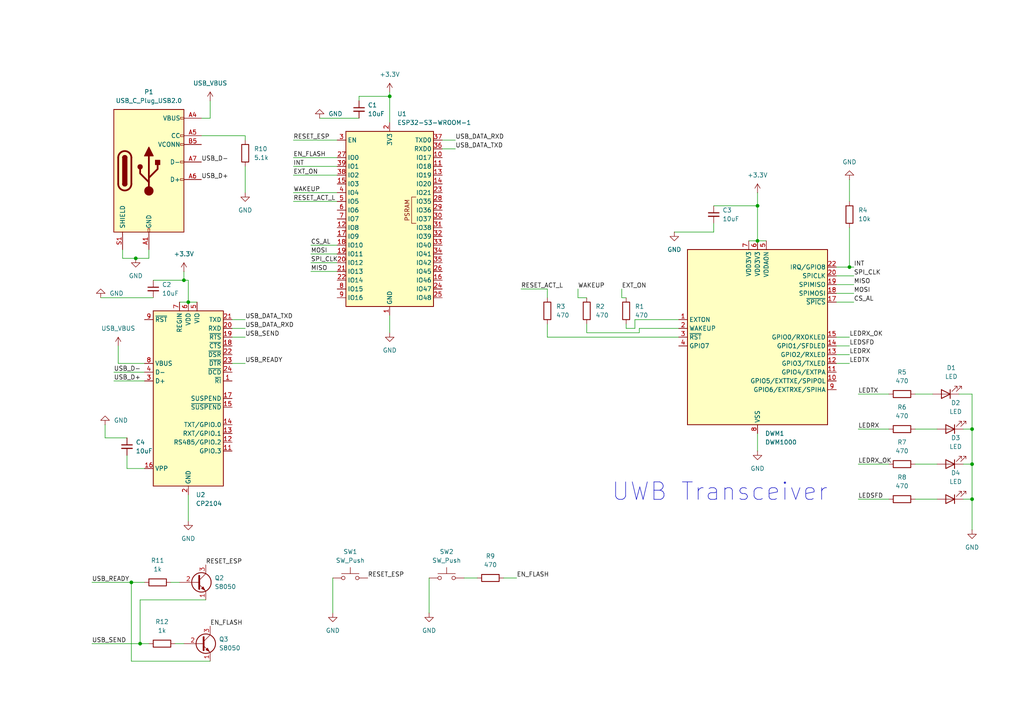
<source format=kicad_sch>
(kicad_sch (version 20231120) (generator "eeschema") (generator_version "8.0")
  (paper "A4")
  (lib_symbols
    (symbol "Connector:USB_C_Plug_USB2.0" (pin_names (offset 1.016))
      (property "Reference" "P" (at -10.16 19.05 0))
      (property "Value" "USB_C_Plug_USB2.0" (at 12.7 19.05 0))
      (symbol "USB_C_Plug_USB2.0_0_0"
        (rectangle (start -0.254 -17.78) (end 0.254 -16.764))
        (rectangle (start 10.16 -2.286) (end 9.144 -2.794))
        (rectangle (start 10.16 2.794) (end 9.144 2.286))
        (rectangle (start 10.16 7.874) (end 9.144 7.366))
        (rectangle (start 10.16 10.414) (end 9.144 9.906))
        (rectangle (start 10.16 15.494) (end 9.144 14.986))
      )
      (symbol "USB_C_Plug_USB2.0_0_1"
        (rectangle (start -10.16 17.78) (end 10.16 -17.78) (stroke (width 0.254)) (fill (type background)))
        (arc (start -8.89 -3.81) (mid -6.985 -5.7067) (end -5.08 -3.81) (stroke (width 0.508)))
        (arc (start -7.62 -3.81) (mid -6.985 -4.4423) (end -6.35 -3.81) (stroke (width 0.254)))
        (arc (start -7.62 -3.81) (mid -6.985 -4.4423) (end -6.35 -3.81) (stroke (width 0.254)) (fill (type outline)))
        (rectangle (start -7.62 -3.81) (end -6.35 3.81) (stroke (width 0.254)) (fill (type outline)))
        (arc (start -6.35 3.81) (mid -6.985 4.4423) (end -7.62 3.81) (stroke (width 0.254)))
        (arc (start -6.35 3.81) (mid -6.985 4.4423) (end -7.62 3.81) (stroke (width 0.254)) (fill (type outline)))
        (arc (start -5.08 3.81) (mid -6.985 5.7067) (end -8.89 3.81) (stroke (width 0.508)))
        (circle (center -2.54 1.143) (radius 0.635) (stroke (width 0.254)) (fill (type outline)))
        (circle (center 0 -5.842) (radius 1.27) (fill (type outline)))
        (polyline (pts (xy -8.89 -3.81) (xy -8.89 3.81)) (stroke (width 0.508)))
        (polyline (pts (xy -5.08 3.81) (xy -5.08 -3.81)) (stroke (width 0.508)))
        (polyline (pts (xy 0 -5.842) (xy 0 4.318)) (stroke (width 0.508)))
        (polyline (pts (xy 0 -3.302) (xy -2.54 -0.762) (xy -2.54 0.508)) (stroke (width 0.508)))
        (polyline (pts (xy 0 -2.032) (xy 2.54 0.508) (xy 2.54 1.778)) (stroke (width 0.508)))
        (polyline (pts (xy -1.27 4.318) (xy 0 6.858) (xy 1.27 4.318) (xy -1.27 4.318)) (stroke (width 0.254)) (fill (type outline)))
        (rectangle (start 1.905 1.778) (end 3.175 3.048) (stroke (width 0.254)) (fill (type outline)))
      )
      (symbol "USB_C_Plug_USB2.0_1_1"
        (pin passive line (at 0 -22.86 90) (length 5.08) (name "GND") (number "A1"))
        (pin passive line (at 0 -22.86 90) (length 5.08) hide (name "GND") (number "A12"))
        (pin passive line (at 15.24 15.24 180) (length 5.08) (name "VBUS") (number "A4"))
        (pin bidirectional line (at 15.24 10.16 180) (length 5.08) (name "CC") (number "A5"))
        (pin bidirectional line (at 15.24 -2.54 180) (length 5.08) (name "D+") (number "A6"))
        (pin bidirectional line (at 15.24 2.54 180) (length 5.08) (name "D-") (number "A7"))
        (pin passive line (at 15.24 15.24 180) (length 5.08) hide (name "VBUS") (number "A9"))
        (pin passive line (at 0 -22.86 90) (length 5.08) hide (name "GND") (number "B1"))
        (pin passive line (at 0 -22.86 90) (length 5.08) hide (name "GND") (number "B12"))
        (pin passive line (at 15.24 15.24 180) (length 5.08) hide (name "VBUS") (number "B4"))
        (pin bidirectional line (at 15.24 7.62 180) (length 5.08) (name "VCONN") (number "B5"))
        (pin passive line (at 15.24 15.24 180) (length 5.08) hide (name "VBUS") (number "B9"))
        (pin passive line (at -7.62 -22.86 90) (length 5.08) (name "SHIELD") (number "S1"))
      )
    )
    (symbol "Device:C_Small" (pin_numbers hide) (pin_names (offset 0.254) hide)
      (property "Reference" "C" (at 0.254 1.778 0))
      (property "Value" "C_Small" (at 0.254 -2.032 0))
      (symbol "C_Small_0_1"
        (polyline (pts (xy -1.524 -0.508) (xy 1.524 -0.508)) (stroke (width 0.3302)))
        (polyline (pts (xy -1.524 0.508) (xy 1.524 0.508)) (stroke (width 0.3048)))
      )
      (symbol "C_Small_1_1"
        (pin passive line (at 0 2.54 270) (length 2.032) (name "~") (number "1"))
        (pin passive line (at 0 -2.54 90) (length 2.032) (name "~") (number "2"))
      )
    )
    (symbol "Device:LED" (pin_numbers hide) (pin_names (offset 1.016) hide)
      (property "Reference" "D" (at 0 2.54 0))
      (property "Value" "LED" (at 0 -2.54 0))
      (symbol "LED_0_1"
        (polyline (pts (xy -1.27 -1.27) (xy -1.27 1.27)) (stroke (width 0.254)))
        (polyline (pts (xy -1.27 0) (xy 1.27 0)))
        (polyline (pts (xy 1.27 -1.27) (xy 1.27 1.27) (xy -1.27 0) (xy 1.27 -1.27)) (stroke (width 0.254)))
        (polyline (pts (xy -3.048 -0.762) (xy -4.572 -2.286) (xy -3.81 -2.286) (xy -4.572 -2.286) (xy -4.572 -1.524)))
        (polyline (pts (xy -1.778 -0.762) (xy -3.302 -2.286) (xy -2.54 -2.286) (xy -3.302 -2.286) (xy -3.302 -1.524)))
      )
      (symbol "LED_1_1"
        (pin passive line (at -3.81 0 0) (length 2.54) (name "K") (number "1"))
        (pin passive line (at 3.81 0 180) (length 2.54) (name "A") (number "2"))
      )
    )
    (symbol "Device:R" (pin_numbers hide) (pin_names (offset 0))
      (property "Reference" "R" (at 2.032 0 90))
      (property "Value" "R" (at 0 0 90))
      (symbol "R_0_1"
        (rectangle (start -1.016 -2.54) (end 1.016 2.54) (stroke (width 0.254)))
      )
      (symbol "R_1_1"
        (pin passive line (at 0 3.81 270) (length 1.27) (name "~") (number "1"))
        (pin passive line (at 0 -3.81 90) (length 1.27) (name "~") (number "2"))
      )
    )
    (symbol "Interface_USB:CP2104"
      (property "Reference" "U" (at -5.08 28.575 0))
      (property "Value" "CP2104" (at -5.08 26.67 0))
      (symbol "CP2104_1_1"
        (rectangle (start -10.16 25.4) (end 10.16 -25.4) (stroke (width 0.254)) (fill (type background)))
        (pin input line (at 12.7 5.08 180) (length 2.54) (name "~{RI}") (number "1"))
        (pin no_connect line (at 10.16 -20.32 180) (length 2.54) hide (name "NC") (number "10"))
        (pin bidirectional line (at 12.7 -15.24 180) (length 2.54) (name "GPIO.3") (number "11"))
        (pin bidirectional line (at 12.7 -12.7 180) (length 2.54) (name "RS485/GPIO.2") (number "12"))
        (pin bidirectional line (at 12.7 -10.16 180) (length 2.54) (name "RXT/GPIO.1") (number "13"))
        (pin bidirectional line (at 12.7 -7.62 180) (length 2.54) (name "TXT/GPIO.0") (number "14"))
        (pin output line (at 12.7 -2.54 180) (length 2.54) (name "~{SUSPEND}") (number "15"))
        (pin passive line (at -12.7 -20.32 0) (length 2.54) (name "VPP") (number "16"))
        (pin output line (at 12.7 0 180) (length 2.54) (name "SUSPEND") (number "17"))
        (pin input line (at 12.7 15.24 180) (length 2.54) (name "~{CTS}") (number "18"))
        (pin output line (at 12.7 17.78 180) (length 2.54) (name "~{RTS}") (number "19"))
        (pin power_in line (at 0 -27.94 90) (length 2.54) (name "GND") (number "2"))
        (pin input line (at 12.7 20.32 180) (length 2.54) (name "RXD") (number "20"))
        (pin output line (at 12.7 22.86 180) (length 2.54) (name "TXD") (number "21"))
        (pin input line (at 12.7 12.7 180) (length 2.54) (name "~{DSR}") (number "22"))
        (pin output line (at 12.7 10.16 180) (length 2.54) (name "~{DTR}") (number "23"))
        (pin input line (at 12.7 7.62 180) (length 2.54) (name "~{DCD}") (number "24"))
        (pin passive line (at 0 -27.94 90) (length 2.54) hide (name "GND") (number "25"))
        (pin bidirectional line (at -12.7 5.08 0) (length 2.54) (name "D+") (number "3"))
        (pin bidirectional line (at -12.7 7.62 0) (length 2.54) (name "D-") (number "4"))
        (pin power_in line (at 2.54 27.94 270) (length 2.54) (name "VIO") (number "5"))
        (pin power_in line (at 0 27.94 270) (length 2.54) (name "VDD") (number "6"))
        (pin power_in line (at -2.54 27.94 270) (length 2.54) (name "REGIN") (number "7"))
        (pin input line (at -12.7 10.16 0) (length 2.54) (name "VBUS") (number "8"))
        (pin bidirectional line (at -12.7 22.86 0) (length 2.54) (name "~{RST}") (number "9"))
      )
    )
    (symbol "RF_Module:DWM1000"
      (property "Reference" "DWM" (at -17.78 26.67 0))
      (property "Value" "DWM1000" (at 15.875 26.67 0))
      (symbol "DWM1000_0_1"
        (rectangle (start -20.32 25.4) (end 20.32 -25.4) (stroke (width 0.254)) (fill (type background)))
      )
      (symbol "DWM1000_1_1"
        (pin output line (at -22.86 5.08 0) (length 2.54) (name "EXTON") (number "1"))
        (pin bidirectional line (at 22.86 -12.7 180) (length 2.54) (name "GPIO5/EXTTXE/SPIPOL") (number "10"))
        (pin bidirectional line (at 22.86 -10.16 180) (length 2.54) (name "GPIO4/EXTPA") (number "11"))
        (pin bidirectional line (at 22.86 -7.62 180) (length 2.54) (name "GPIO3/TXLED") (number "12"))
        (pin bidirectional line (at 22.86 -5.08 180) (length 2.54) (name "GPIO2/RXLED") (number "13"))
        (pin bidirectional line (at 22.86 -2.54 180) (length 2.54) (name "GPIO1/SFDLED") (number "14"))
        (pin bidirectional line (at 22.86 0 180) (length 2.54) (name "GPIO0/RXOKLED") (number "15"))
        (pin passive line (at 0 -27.94 90) (length 2.54) hide (name "VSS") (number "16"))
        (pin input line (at 22.86 10.16 180) (length 2.54) (name "~{SPICS}") (number "17"))
        (pin input line (at 22.86 12.7 180) (length 2.54) (name "SPIMOSI") (number "18"))
        (pin output line (at 22.86 15.24 180) (length 2.54) (name "SPIMISO") (number "19"))
        (pin bidirectional line (at -22.86 2.54 0) (length 2.54) (name "WAKEUP") (number "2"))
        (pin input line (at 22.86 17.78 180) (length 2.54) (name "SPICLK") (number "20"))
        (pin passive line (at 0 -27.94 90) (length 2.54) hide (name "VSS") (number "21"))
        (pin bidirectional line (at 22.86 20.32 180) (length 2.54) (name "IRQ/GPIO8") (number "22"))
        (pin passive line (at 0 -27.94 90) (length 2.54) hide (name "VSS") (number "23"))
        (pin passive line (at 0 -27.94 90) (length 2.54) hide (name "VSS") (number "24"))
        (pin bidirectional line (at -22.86 0 0) (length 2.54) (name "~{RST}") (number "3"))
        (pin bidirectional line (at -22.86 -2.54 0) (length 2.54) (name "GPIO7") (number "4"))
        (pin power_in line (at 2.54 27.94 270) (length 2.54) (name "VDDAON") (number "5"))
        (pin power_in line (at 0 27.94 270) (length 2.54) (name "VDD3V3") (number "6"))
        (pin power_in line (at -2.54 27.94 270) (length 2.54) (name "VDD3V3") (number "7"))
        (pin power_in line (at 0 -27.94 90) (length 2.54) (name "VSS") (number "8"))
        (pin bidirectional line (at 22.86 -15.24 180) (length 2.54) (name "GPIO6/EXTRXE/SPIHA") (number "9"))
      )
    )
    (symbol "RF_Module:ESP32-S3-WROOM-1"
      (property "Reference" "U" (at -12.7 26.67 0))
      (property "Value" "ESP32-S3-WROOM-1" (at 12.7 26.67 0))
      (symbol "ESP32-S3-WROOM-1_0_0"
        (rectangle (start -12.7 25.4) (end 12.7 -25.4) (stroke (width 0.254)) (fill (type background)))
        (text "PSRAM" (at 5.08 2.54 900) (effects (font (size 1.27 1.27))))
      )
      (symbol "ESP32-S3-WROOM-1_0_1"
        (polyline (pts (xy 7.62 -1.27) (xy 6.35 -1.27) (xy 6.35 6.35) (xy 7.62 6.35)))
      )
      (symbol "ESP32-S3-WROOM-1_1_1"
        (pin power_in line (at 0 -27.94 90) (length 2.54) (name "GND") (number "1"))
        (pin bidirectional line (at 15.24 17.78 180) (length 2.54) (name "IO17") (number "10"))
        (pin bidirectional line (at 15.24 15.24 180) (length 2.54) (name "IO18") (number "11"))
        (pin bidirectional line (at -15.24 -2.54 0) (length 2.54) (name "IO8") (number "12"))
        (pin bidirectional line (at 15.24 12.7 180) (length 2.54) (name "IO19") (number "13"))
        (pin bidirectional line (at 15.24 10.16 180) (length 2.54) (name "IO20") (number "14"))
        (pin bidirectional line (at -15.24 10.16 0) (length 2.54) (name "IO3") (number "15"))
        (pin bidirectional line (at 15.24 -17.78 180) (length 2.54) (name "IO46") (number "16"))
        (pin bidirectional line (at -15.24 -5.08 0) (length 2.54) (name "IO9") (number "17"))
        (pin bidirectional line (at -15.24 -7.62 0) (length 2.54) (name "IO10") (number "18"))
        (pin bidirectional line (at -15.24 -10.16 0) (length 2.54) (name "IO11") (number "19"))
        (pin power_in line (at 0 27.94 270) (length 2.54) (name "3V3") (number "2"))
        (pin bidirectional line (at -15.24 -12.7 0) (length 2.54) (name "IO12") (number "20"))
        (pin bidirectional line (at -15.24 -15.24 0) (length 2.54) (name "IO13") (number "21"))
        (pin bidirectional line (at -15.24 -17.78 0) (length 2.54) (name "IO14") (number "22"))
        (pin bidirectional line (at 15.24 7.62 180) (length 2.54) (name "IO21") (number "23"))
        (pin bidirectional line (at 15.24 -20.32 180) (length 2.54) (name "IO47") (number "24"))
        (pin bidirectional line (at 15.24 -22.86 180) (length 2.54) (name "IO48") (number "25"))
        (pin bidirectional line (at 15.24 -15.24 180) (length 2.54) (name "IO45") (number "26"))
        (pin bidirectional line (at -15.24 17.78 0) (length 2.54) (name "IO0") (number "27"))
        (pin bidirectional line (at 15.24 5.08 180) (length 2.54) (name "IO35") (number "28"))
        (pin bidirectional line (at 15.24 2.54 180) (length 2.54) (name "IO36") (number "29"))
        (pin input line (at -15.24 22.86 0) (length 2.54) (name "EN") (number "3"))
        (pin bidirectional line (at 15.24 0 180) (length 2.54) (name "IO37") (number "30"))
        (pin bidirectional line (at 15.24 -2.54 180) (length 2.54) (name "IO38") (number "31"))
        (pin bidirectional line (at 15.24 -5.08 180) (length 2.54) (name "IO39") (number "32"))
        (pin bidirectional line (at 15.24 -7.62 180) (length 2.54) (name "IO40") (number "33"))
        (pin bidirectional line (at 15.24 -10.16 180) (length 2.54) (name "IO41") (number "34"))
        (pin bidirectional line (at 15.24 -12.7 180) (length 2.54) (name "IO42") (number "35"))
        (pin bidirectional line (at 15.24 20.32 180) (length 2.54) (name "RXD0") (number "36"))
        (pin bidirectional line (at 15.24 22.86 180) (length 2.54) (name "TXD0") (number "37"))
        (pin bidirectional line (at -15.24 12.7 0) (length 2.54) (name "IO2") (number "38"))
        (pin bidirectional line (at -15.24 15.24 0) (length 2.54) (name "IO1") (number "39"))
        (pin bidirectional line (at -15.24 7.62 0) (length 2.54) (name "IO4") (number "4"))
        (pin passive line (at 0 -27.94 90) (length 2.54) hide (name "GND") (number "40"))
        (pin passive line (at 0 -27.94 90) (length 2.54) hide (name "GND") (number "41"))
        (pin bidirectional line (at -15.24 5.08 0) (length 2.54) (name "IO5") (number "5"))
        (pin bidirectional line (at -15.24 2.54 0) (length 2.54) (name "IO6") (number "6"))
        (pin bidirectional line (at -15.24 0 0) (length 2.54) (name "IO7") (number "7"))
        (pin bidirectional line (at -15.24 -20.32 0) (length 2.54) (name "IO15") (number "8"))
        (pin bidirectional line (at -15.24 -22.86 0) (length 2.54) (name "IO16") (number "9"))
      )
    )
    (symbol "Switch:SW_Push" (pin_numbers hide) (pin_names (offset 1.016) hide)
      (property "Reference" "SW" (at 1.27 2.54 0))
      (property "Value" "SW_Push" (at 0 -1.524 0))
      (symbol "SW_Push_0_1"
        (circle (center -2.032 0) (radius 0.508))
        (polyline (pts (xy 0 1.27) (xy 0 3.048)))
        (polyline (pts (xy 2.54 1.27) (xy -2.54 1.27)))
        (circle (center 2.032 0) (radius 0.508))
        (pin passive line (at -5.08 0 0) (length 2.54) (name "1") (number "1"))
        (pin passive line (at 5.08 0 180) (length 2.54) (name "2") (number "2"))
      )
    )
    (symbol "Transistor_BJT:S8050" (pin_names (offset 0) hide)
      (property "Reference" "Q" (at 5.08 1.905 0))
      (property "Value" "S8050" (at 5.08 0 0))
      (symbol "S8050_0_1"
        (polyline (pts (xy 0 0) (xy 0.635 0)))
        (polyline (pts (xy 0.635 0.635) (xy 2.54 2.54)))
        (polyline (pts (xy 0.635 -0.635) (xy 2.54 -2.54) (xy 2.54 -2.54)))
        (polyline (pts (xy 0.635 1.905) (xy 0.635 -1.905) (xy 0.635 -1.905)) (stroke (width 0.508)))
        (polyline (pts (xy 1.27 -1.778) (xy 1.778 -1.27) (xy 2.286 -2.286) (xy 1.27 -1.778) (xy 1.27 -1.778)) (fill (type outline)))
        (circle (center 1.27 0) (radius 2.8194) (stroke (width 0.254)))
      )
      (symbol "S8050_1_1"
        (pin passive line (at 2.54 -5.08 90) (length 2.54) (name "E") (number "1"))
        (pin input line (at -5.08 0 0) (length 5.08) (name "B") (number "2"))
        (pin passive line (at 2.54 5.08 270) (length 2.54) (name "C") (number "3"))
      )
    )
    (symbol "power:+3.3V" (power) (pin_numbers hide) (pin_names (offset 0) hide)
      (property "Value" "+3.3V" (at 0 3.556 0))
      (symbol "+3.3V_0_1"
        (polyline (pts (xy -0.762 1.27) (xy 0 2.54)))
        (polyline (pts (xy 0 0) (xy 0 2.54)))
        (polyline (pts (xy 0 2.54) (xy 0.762 1.27)))
      )
      (symbol "+3.3V_1_1"
        (pin power_in line (at 0 0 90) (length 0) (name "~") (number "1"))
      )
    )
    (symbol "power:GND" (power) (pin_numbers hide) (pin_names (offset 0) hide)
      (property "Value" "GND" (at 0 -3.81 0))
      (symbol "GND_0_1"
        (polyline (pts (xy 0 0) (xy 0 -1.27) (xy 1.27 -1.27) (xy 0 -2.54) (xy -1.27 -1.27) (xy 0 -1.27)))
      )
      (symbol "GND_1_1"
        (pin power_in line (at 0 0 270) (length 0) (name "~") (number "1"))
      )
    )
  )
  (junction (at 54.61 87.63))
  (junction (at 38.1 168.91))
  (junction (at 53.34 81.28))
  (junction (at 39.37 74.93))
  (junction (at 281.94 124.46))
  (junction (at 219.71 69.85))
  (junction (at 281.94 134.62))
  (junction (at 113.03 27.94))
  (junction (at 246.38 77.47))
  (junction (at 219.71 59.69))
  (junction (at 40.64 186.69))
  (junction (at 281.94 144.78))
  (wire (pts (xy 246.38 52.07) (xy 246.38 58.42)))
  (wire (pts (xy 54.61 143.51) (xy 54.61 151.13)))
  (wire (pts (xy 113.03 91.44) (xy 113.03 96.52)))
  (wire (pts (xy 71.12 105.41) (xy 67.31 105.41)))
  (wire (pts (xy 158.75 97.79) (xy 158.75 93.98)))
  (wire (pts (xy 43.18 74.93) (xy 39.37 74.93)))
  (wire (pts (xy 185.42 95.25) (xy 185.42 96.52)))
  (wire (pts (xy 196.85 97.79) (xy 158.75 97.79)))
  (wire (pts (xy 217.17 69.85) (xy 219.71 69.85)))
  (wire (pts (xy 29.21 86.36) (xy 44.45 86.36)))
  (wire (pts (xy 247.65 80.01) (xy 242.57 80.01)))
  (wire (pts (xy 185.42 96.52) (xy 170.18 96.52)))
  (wire (pts (xy 49.53 168.91) (xy 52.07 168.91)))
  (wire (pts (xy 196.85 92.71) (xy 184.15 92.71)))
  (wire (pts (xy 41.91 168.91) (xy 38.1 168.91)))
  (wire (pts (xy 246.38 105.41) (xy 242.57 105.41)))
  (wire (pts (xy 248.92 144.78) (xy 257.81 144.78)))
  (wire (pts (xy 149.86 167.64) (xy 146.05 167.64)))
  (wire (pts (xy 30.48 127) (xy 30.48 123.19)))
  (wire (pts (xy 248.92 114.3) (xy 257.81 114.3)))
  (wire (pts (xy 184.15 92.71) (xy 184.15 95.25)))
  (wire (pts (xy 151.13 83.82) (xy 158.75 83.82)))
  (wire (pts (xy 247.65 77.47) (xy 246.38 77.47)))
  (wire (pts (xy 170.18 96.52) (xy 170.18 93.98)))
  (wire (pts (xy 41.91 105.41) (xy 34.29 105.41)))
  (wire (pts (xy 167.64 86.36) (xy 170.18 86.36)))
  (wire (pts (xy 85.09 50.8) (xy 97.79 50.8)))
  (wire (pts (xy 124.46 167.64) (xy 124.46 177.8)))
  (wire (pts (xy 265.43 134.62) (xy 271.78 134.62)))
  (wire (pts (xy 50.8 186.69) (xy 53.34 186.69)))
  (wire (pts (xy 113.03 27.94) (xy 113.03 35.56)))
  (wire (pts (xy 97.79 71.12) (xy 90.17 71.12)))
  (wire (pts (xy 38.1 191.77) (xy 38.1 168.91)))
  (wire (pts (xy 85.09 48.26) (xy 97.79 48.26)))
  (wire (pts (xy 278.13 114.3) (xy 281.94 114.3)))
  (wire (pts (xy 71.12 92.71) (xy 67.31 92.71)))
  (wire (pts (xy 43.18 186.69) (xy 40.64 186.69)))
  (wire (pts (xy 184.15 95.25) (xy 181.61 95.25)))
  (wire (pts (xy 246.38 97.79) (xy 242.57 97.79)))
  (wire (pts (xy 281.94 144.78) (xy 281.94 134.62)))
  (wire (pts (xy 181.61 95.25) (xy 181.61 93.98)))
  (wire (pts (xy 132.08 43.18) (xy 128.27 43.18)))
  (wire (pts (xy 52.07 87.63) (xy 54.61 87.63)))
  (wire (pts (xy 265.43 124.46) (xy 271.78 124.46)))
  (wire (pts (xy 54.61 87.63) (xy 54.61 81.28)))
  (wire (pts (xy 247.65 87.63) (xy 242.57 87.63)))
  (wire (pts (xy 35.56 72.39) (xy 35.56 74.93)))
  (wire (pts (xy 104.14 27.94) (xy 104.14 29.21)))
  (wire (pts (xy 281.94 134.62) (xy 281.94 124.46)))
  (wire (pts (xy 219.71 125.73) (xy 219.71 130.81)))
  (wire (pts (xy 60.96 191.77) (xy 38.1 191.77)))
  (wire (pts (xy 44.45 81.28) (xy 53.34 81.28)))
  (wire (pts (xy 35.56 74.93) (xy 39.37 74.93)))
  (wire (pts (xy 180.34 83.82) (xy 180.34 86.36)))
  (wire (pts (xy 71.12 97.79) (xy 67.31 97.79)))
  (wire (pts (xy 41.91 135.89) (xy 36.83 135.89)))
  (wire (pts (xy 90.17 76.2) (xy 97.79 76.2)))
  (wire (pts (xy 43.18 72.39) (xy 43.18 74.93)))
  (wire (pts (xy 96.52 167.64) (xy 96.52 177.8)))
  (wire (pts (xy 248.92 134.62) (xy 257.81 134.62)))
  (wire (pts (xy 167.64 83.82) (xy 167.64 86.36)))
  (wire (pts (xy 279.4 134.62) (xy 281.94 134.62)))
  (wire (pts (xy 207.01 67.31) (xy 207.01 64.77)))
  (wire (pts (xy 113.03 26.67) (xy 113.03 27.94)))
  (wire (pts (xy 180.34 86.36) (xy 181.61 86.36)))
  (wire (pts (xy 207.01 59.69) (xy 219.71 59.69)))
  (wire (pts (xy 196.85 95.25) (xy 185.42 95.25)))
  (wire (pts (xy 85.09 55.88) (xy 97.79 55.88)))
  (wire (pts (xy 281.94 124.46) (xy 281.94 114.3)))
  (wire (pts (xy 54.61 81.28) (xy 53.34 81.28)))
  (wire (pts (xy 246.38 102.87) (xy 242.57 102.87)))
  (wire (pts (xy 38.1 168.91) (xy 26.67 168.91)))
  (wire (pts (xy 40.64 173.99) (xy 40.64 186.69)))
  (wire (pts (xy 71.12 39.37) (xy 71.12 40.64)))
  (wire (pts (xy 58.42 39.37) (xy 71.12 39.37)))
  (wire (pts (xy 279.4 124.46) (xy 281.94 124.46)))
  (wire (pts (xy 265.43 144.78) (xy 271.78 144.78)))
  (wire (pts (xy 265.43 114.3) (xy 270.51 114.3)))
  (wire (pts (xy 132.08 40.64) (xy 128.27 40.64)))
  (wire (pts (xy 247.65 82.55) (xy 242.57 82.55)))
  (wire (pts (xy 36.83 135.89) (xy 36.83 132.08)))
  (wire (pts (xy 40.64 186.69) (xy 26.67 186.69)))
  (wire (pts (xy 85.09 58.42) (xy 97.79 58.42)))
  (wire (pts (xy 138.43 167.64) (xy 134.62 167.64)))
  (wire (pts (xy 34.29 105.41) (xy 34.29 100.33)))
  (wire (pts (xy 33.02 110.49) (xy 41.91 110.49)))
  (wire (pts (xy 104.14 27.94) (xy 113.03 27.94)))
  (wire (pts (xy 247.65 85.09) (xy 242.57 85.09)))
  (wire (pts (xy 219.71 69.85) (xy 222.25 69.85)))
  (wire (pts (xy 219.71 59.69) (xy 219.71 69.85)))
  (wire (pts (xy 90.17 78.74) (xy 97.79 78.74)))
  (wire (pts (xy 71.12 95.25) (xy 67.31 95.25)))
  (wire (pts (xy 53.34 81.28) (xy 53.34 78.74)))
  (wire (pts (xy 59.69 173.99) (xy 40.64 173.99)))
  (wire (pts (xy 246.38 100.33) (xy 242.57 100.33)))
  (wire (pts (xy 33.02 107.95) (xy 41.91 107.95)))
  (wire (pts (xy 246.38 77.47) (xy 246.38 66.04)))
  (wire (pts (xy 246.38 77.47) (xy 242.57 77.47)))
  (wire (pts (xy 195.58 67.31) (xy 207.01 67.31)))
  (wire (pts (xy 90.17 73.66) (xy 97.79 73.66)))
  (wire (pts (xy 279.4 144.78) (xy 281.94 144.78)))
  (wire (pts (xy 58.42 34.29) (xy 60.96 34.29)))
  (wire (pts (xy 85.09 45.72) (xy 97.79 45.72)))
  (wire (pts (xy 71.12 48.26) (xy 71.12 55.88)))
  (wire (pts (xy 60.96 34.29) (xy 60.96 29.21)))
  (wire (pts (xy 248.92 124.46) (xy 257.81 124.46)))
  (wire (pts (xy 85.09 40.64) (xy 97.79 40.64)))
  (wire (pts (xy 36.83 127) (xy 30.48 127)))
  (wire (pts (xy 281.94 153.67) (xy 281.94 144.78)))
  (wire (pts (xy 92.71 34.29) (xy 104.14 34.29)))
  (wire (pts (xy 158.75 83.82) (xy 158.75 86.36)))
  (wire (pts (xy 219.71 59.69) (xy 219.71 55.88)))
  (wire (pts (xy 54.61 87.63) (xy 57.15 87.63)))
  (text "UWB Transceiver\n" (at 208.788 142.748 0) (effects (font (size 5.08 5.08))))
  (label "RESET_ESP" (at 106.68 167.64 0))
  (label "LEDRX_OK" (at 246.38 97.79 0))
  (label "USB_DATA_RXD" (at 132.08 40.64 0))
  (label "USB_READY" (at 26.67 168.91 0))
  (label "USB_D+" (at 58.42 52.07 0))
  (label "LEDRX_OK" (at 248.92 134.62 0))
  (label "WAKEUP" (at 85.09 55.88 0))
  (label "USB_DATA_TXD" (at 132.08 43.18 0))
  (label "EN_FLASH" (at 85.09 45.72 0))
  (label "MISO" (at 247.65 82.55 0))
  (label "SPI_CLK" (at 247.65 80.01 0))
  (label "USB_READY" (at 71.12 105.41 0))
  (label "LEDRX" (at 248.92 124.46 0))
  (label "INT" (at 85.09 48.26 0))
  (label "LEDSFD" (at 246.38 100.33 0))
  (label "RESET_ESP" (at 59.69 163.83 0))
  (label "USB_D-" (at 33.02 107.95 0))
  (label "EN_FLASH" (at 60.96 181.61 0))
  (label "MISO" (at 90.17 78.74 0))
  (label "RESET_ESP" (at 85.09 40.64 0))
  (label "MOSI" (at 247.65 85.09 0))
  (label "LEDTX" (at 248.92 114.3 0))
  (label "EN_FLASH" (at 149.86 167.64 0))
  (label "RESET_ACT_L" (at 85.09 58.42 0))
  (label "SPI_CLK" (at 90.17 76.2 0))
  (label "USB_D-" (at 58.42 46.99 0))
  (label "USB_DATA_RXD" (at 71.12 95.25 0))
  (label "LEDSFD" (at 248.92 144.78 0))
  (label "USB_D+" (at 33.02 110.49 0))
  (label "RESET_ACT_L" (at 151.13 83.82 0))
  (label "MOSI" (at 90.17 73.66 0))
  (label "WAKEUP" (at 167.64 83.82 0))
  (label "CS_AL" (at 90.17 71.12 0))
  (label "EXT_ON" (at 85.09 50.8 0))
  (label "LEDRX" (at 246.38 102.87 0))
  (label "INT" (at 247.65 77.47 0))
  (label "CS_AL" (at 247.65 87.63 0))
  (label "EXT_ON" (at 180.34 83.82 0))
  (label "LEDTX" (at 246.38 105.41 0))
  (label "USB_DATA_TXD" (at 71.12 92.71 0))
  (label "USB_SEND" (at 71.12 97.79 0))
  (label "USB_SEND" (at 26.67 186.69 0))
  (symbol (lib_id "power:+3.3V") (at 219.71 55.88 0) (unit 1)
    (property "Reference" "#PWR01" (effects (hide yes)))
    (property "Value" "+3.3V" (at 219.71 50.8 0))
    (property "Description" "Power symbol creates a global label with name \"+3.3V\"" (effects (hide yes)))
  )
  (symbol (lib_id "power:GND") (at 96.52 177.8 0) (unit 1)
    (property "Reference" "#PWR09" (effects (hide yes)))
    (property "Value" "GND" (at 96.52 182.88 0))
    (property "Description" "Power symbol creates a global label with name \"GND\" , ground" (effects (hide yes)))
  )
  (symbol (lib_id "Device:C_Small") (at 104.14 31.75 0) (unit 1)
    (property "Reference" "C1" (at 106.68 30.4862 0) (effects (justify left)))
    (property "Value" "10uF" (at 106.68 33.0262 0) (effects (justify left)))
    (property "Description" "Unpolarized capacitor, small symbol" (effects (hide yes)))
  )
  (symbol (lib_id "power:+3.3V") (at 53.34 78.74 0) (unit 1)
    (property "Reference" "#PWR011" (effects (hide yes)))
    (property "Value" "+3.3V" (at 53.34 73.66 0))
    (property "Description" "Power symbol creates a global label with name \"+3.3V\"" (effects (hide yes)))
  )
  (symbol (lib_id "Device:R") (at 261.62 134.62 270) (unit 1)
    (property "Reference" "R7" (at 261.62 128.27 90))
    (property "Value" "470" (at 261.62 130.81 90))
    (property "Description" "Resistor" (effects (hide yes)))
  )
  (symbol (lib_id "RF_Module:ESP32-S3-WROOM-1") (at 113.03 63.5 0) (unit 1)
    (property "Reference" "U1" (at 115.2241 33.02 0) (effects (justify left)))
    (property "Value" "ESP32-S3-WROOM-1" (at 115.2241 35.56 0) (effects (justify left)))
    (property "Footprint" "RF_Module:ESP32-S3-WROOM-1" (effects (hide yes)))
    (property "Datasheet" "https://www.espressif.com/sites/default/files/documentation/esp32-s3-wroom-1_wroom-1u_datasheet_en.pdf" (effects (hide yes)))
    (property "Description" "RF Module, ESP32-S3 SoC, Wi-Fi 802.11b/g/n, Bluetooth, BLE, 32-bit, 3.3V, onboard antenna, SMD" (effects (hide yes)))
  )
  (symbol (lib_id "Device:C_Small") (at 44.45 83.82 0) (unit 1)
    (property "Reference" "C2" (at 46.99 82.5562 0) (effects (justify left)))
    (property "Value" "10uF" (at 46.99 85.0962 0) (effects (justify left)))
    (property "Description" "Unpolarized capacitor, small symbol" (effects (hide yes)))
  )
  (symbol (lib_id "power:+3.3V") (at 60.96 29.21 0) (unit 1)
    (property "Reference" "#PWR012" (effects (hide yes)))
    (property "Value" "USB_VBUS" (at 60.96 24.13 0))
    (property "Description" "Power symbol creates a global label with name \"+3.3V\"" (effects (hide yes)))
  )
  (symbol (lib_id "Device:C_Small") (at 207.01 62.23 0) (unit 1)
    (property "Reference" "C3" (at 209.55 60.9662 0) (effects (justify left)))
    (property "Value" "10uF" (at 209.55 63.5062 0) (effects (justify left)))
    (property "Description" "Unpolarized capacitor, small symbol" (effects (hide yes)))
  )
  (symbol (lib_id "Device:LED") (at 274.32 114.3 180) (unit 1)
    (property "Reference" "D1" (at 275.9075 106.68 0))
    (property "Value" "LED" (at 275.9075 109.22 0))
    (property "Description" "Light emitting diode" (effects (hide yes)))
  )
  (symbol (lib_id "Device:R") (at 142.24 167.64 270) (unit 1)
    (property "Reference" "R9" (at 142.24 161.29 90))
    (property "Value" "470" (at 142.24 163.83 90))
    (property "Description" "Resistor" (effects (hide yes)))
  )
  (symbol (lib_id "power:+3.3V") (at 113.03 26.67 0) (unit 1)
    (property "Reference" "#PWR02" (effects (hide yes)))
    (property "Value" "+3.3V" (at 113.03 21.59 0))
    (property "Description" "Power symbol creates a global label with name \"+3.3V\"" (effects (hide yes)))
  )
  (symbol (lib_id "Switch:SW_Push") (at 101.6 167.64 0) (unit 1)
    (property "Reference" "SW1" (at 101.6 160.02 0))
    (property "Value" "SW_Push" (at 101.6 162.56 0))
    (property "Description" "Push button switch, generic, two pins" (effects (hide yes)))
  )
  (symbol (lib_id "RF_Module:DWM1000") (at 219.71 97.79 0) (unit 1)
    (property "Reference" "DWM1" (at 221.9041 125.73 0) (effects (justify left)))
    (property "Value" "DWM1000" (at 221.9041 128.27 0) (effects (justify left)))
    (property "Footprint" "RF_Module:DWM1000" (effects (hide yes)))
    (property "Datasheet" "https://www.decawave.com/sites/default/files/resources/dwm1000-datasheet-v1.3.pdf" (effects (hide yes)))
    (property "Description" "Ultra wide band RF module With ranging location capabilities" (effects (hide yes)))
  )
  (symbol (lib_id "Device:R") (at 261.62 144.78 270) (unit 1)
    (property "Reference" "R8" (at 261.62 138.43 90))
    (property "Value" "470" (at 261.62 140.97 90))
    (property "Description" "Resistor" (effects (hide yes)))
  )
  (symbol (lib_id "Transistor_BJT:S8050") (at 58.42 186.69 0) (unit 1)
    (property "Reference" "Q3" (at 63.5 185.4199 0) (effects (justify left)))
    (property "Value" "S8050" (at 63.5 187.9599 0) (effects (justify left)))
    (property "Footprint" "Package_TO_SOT_THT:TO-92_Inline" (effects (hide yes)))
    (property "Datasheet" "http://www.unisonic.com.tw/datasheet/S8050.pdf" (effects (hide yes)))
    (property "Description" "0.7A Ic, 20V Vce, Low Voltage High Current NPN Transistor, TO-92" (effects (hide yes)))
  )
  (symbol (lib_id "Device:R") (at 45.72 168.91 90) (unit 1)
    (property "Reference" "R11" (at 45.72 162.56 90))
    (property "Value" "1k" (at 45.72 165.1 90))
    (property "Description" "Resistor" (effects (hide yes)))
  )
  (symbol (lib_id "power:GND") (at 113.03 96.52 0) (unit 1)
    (property "Reference" "#PWR04" (effects (hide yes)))
    (property "Value" "GND" (at 113.03 101.6 0))
    (property "Description" "Power symbol creates a global label with name \"GND\" , ground" (effects (hide yes)))
  )
  (symbol (lib_id "power:GND") (at 195.58 67.31 0) (unit 1)
    (property "Reference" "#PWR06" (effects (hide yes)))
    (property "Value" "GND" (at 195.58 72.39 0))
    (property "Description" "Power symbol creates a global label with name \"GND\" , ground" (effects (hide yes)))
  )
  (symbol (lib_id "Device:R") (at 261.62 124.46 270) (unit 1)
    (property "Reference" "R6" (at 261.62 118.11 90))
    (property "Value" "470" (at 261.62 120.65 90))
    (property "Description" "Resistor" (effects (hide yes)))
  )
  (symbol (lib_id "Interface_USB:CP2104") (at 54.61 115.57 0) (unit 1)
    (property "Reference" "U2" (at 56.8041 143.51 0) (effects (justify left)))
    (property "Value" "CP2104" (at 56.8041 146.05 0) (effects (justify left)))
    (property "Footprint" "Package_DFN_QFN:QFN-24-1EP_4x4mm_P0.5mm_EP2.6x2.6mm" (effects (hide yes)))
    (property "Datasheet" "https://www.silabs.com/documents/public/data-sheets/cp2104.pdf" (effects (hide yes)))
    (property "Description" "Single-Chip USB-to-UART Bridge, USB 2.0 Full-Speed, 2Mbps UART, QFN-24" (effects (hide yes)))
  )
  (symbol (lib_id "power:GND") (at 281.94 153.67 0) (unit 1)
    (property "Reference" "#PWR08" (effects (hide yes)))
    (property "Value" "GND" (at 281.94 158.75 0))
    (property "Description" "Power symbol creates a global label with name \"GND\" , ground" (effects (hide yes)))
  )
  (symbol (lib_id "power:GND") (at 30.48 123.19 180) (unit 1)
    (property "Reference" "#PWR016" (effects (hide yes)))
    (property "Value" "GND" (at 33.02 121.9199 0) (effects (justify right)))
    (property "Description" "Power symbol creates a global label with name \"GND\" , ground" (effects (hide yes)))
  )
  (symbol (lib_id "power:GND") (at 219.71 130.81 0) (unit 1)
    (property "Reference" "#PWR03" (effects (hide yes)))
    (property "Value" "GND" (at 219.71 135.89 0))
    (property "Description" "Power symbol creates a global label with name \"GND\" , ground" (effects (hide yes)))
  )
  (symbol (lib_id "Device:LED") (at 275.59 144.78 180) (unit 1)
    (property "Reference" "D4" (at 277.1775 137.16 0))
    (property "Value" "LED" (at 277.1775 139.7 0))
    (property "Description" "Light emitting diode" (effects (hide yes)))
  )
  (symbol (lib_id "Device:R") (at 158.75 90.17 0) (unit 1)
    (property "Reference" "R3" (at 161.29 88.8999 0) (effects (justify left)))
    (property "Value" "470" (at 161.29 91.4399 0) (effects (justify left)))
    (property "Description" "Resistor" (effects (hide yes)))
  )
  (symbol (lib_id "power:+3.3V") (at 34.29 100.33 0) (unit 1)
    (property "Reference" "#PWR018" (effects (hide yes)))
    (property "Value" "USB_VBUS" (at 34.29 95.25 0))
    (property "Description" "Power symbol creates a global label with name \"+3.3V\"" (effects (hide yes)))
  )
  (symbol (lib_id "Connector:USB_C_Plug_USB2.0") (at 43.18 49.53 0) (unit 1)
    (property "Reference" "P1" (at 43.18 26.67 0))
    (property "Value" "USB_C_Plug_USB2.0" (at 43.18 29.21 0))
    (property "Datasheet" "https://www.usb.org/sites/default/files/documents/usb_type-c.zip" (effects (hide yes)))
    (property "Description" "USB 2.0-only Type-C Plug connector" (effects (hide yes)))
  )
  (symbol (lib_id "Device:R") (at 261.62 114.3 270) (unit 1)
    (property "Reference" "R5" (at 261.62 107.95 90))
    (property "Value" "470" (at 261.62 110.49 90))
    (property "Description" "Resistor" (effects (hide yes)))
  )
  (symbol (lib_id "Device:R") (at 246.38 62.23 0) (unit 1)
    (property "Reference" "R4" (at 248.92 60.9599 0) (effects (justify left)))
    (property "Value" "10k" (at 248.92 63.4999 0) (effects (justify left)))
    (property "Description" "Resistor" (effects (hide yes)))
  )
  (symbol (lib_id "Switch:SW_Push") (at 129.54 167.64 0) (unit 1)
    (property "Reference" "SW2" (at 129.54 160.02 0))
    (property "Value" "SW_Push" (at 129.54 162.56 0))
    (property "Description" "Push button switch, generic, two pins" (effects (hide yes)))
  )
  (symbol (lib_id "Device:R") (at 181.61 90.17 0) (unit 1)
    (property "Reference" "R1" (at 184.15 88.8999 0) (effects (justify left)))
    (property "Value" "470" (at 184.15 91.4399 0) (effects (justify left)))
    (property "Description" "Resistor" (effects (hide yes)))
  )
  (symbol (lib_id "power:GND") (at 124.46 177.8 0) (unit 1)
    (property "Reference" "#PWR010" (effects (hide yes)))
    (property "Value" "GND" (at 124.46 182.88 0))
    (property "Description" "Power symbol creates a global label with name \"GND\" , ground" (effects (hide yes)))
  )
  (symbol (lib_id "Device:LED") (at 275.59 134.62 180) (unit 1)
    (property "Reference" "D3" (at 277.1775 127 0))
    (property "Value" "LED" (at 277.1775 129.54 0))
    (property "Description" "Light emitting diode" (effects (hide yes)))
  )
  (symbol (lib_id "power:GND") (at 29.21 86.36 180) (unit 1)
    (property "Reference" "#PWR015" (effects (hide yes)))
    (property "Value" "GND" (at 31.75 85.0899 0) (effects (justify right)))
    (property "Description" "Power symbol creates a global label with name \"GND\" , ground" (effects (hide yes)))
  )
  (symbol (lib_id "power:GND") (at 39.37 74.93 0) (unit 1)
    (property "Reference" "#PWR013" (effects (hide yes)))
    (property "Value" "GND" (at 39.37 80.01 0))
    (property "Description" "Power symbol creates a global label with name \"GND\" , ground" (effects (hide yes)))
  )
  (symbol (lib_id "Transistor_BJT:S8050") (at 57.15 168.91 0) (unit 1)
    (property "Reference" "Q2" (at 62.23 167.6399 0) (effects (justify left)))
    (property "Value" "S8050" (at 62.23 170.1799 0) (effects (justify left)))
    (property "Footprint" "Package_TO_SOT_THT:TO-92_Inline" (effects (hide yes)))
    (property "Datasheet" "http://www.unisonic.com.tw/datasheet/S8050.pdf" (effects (hide yes)))
    (property "Description" "0.7A Ic, 20V Vce, Low Voltage High Current NPN Transistor, TO-92" (effects (hide yes)))
  )
  (symbol (lib_id "power:GND") (at 92.71 34.29 180) (unit 1)
    (property "Reference" "#PWR05" (effects (hide yes)))
    (property "Value" "GND" (at 95.25 33.0199 0) (effects (justify right)))
    (property "Description" "Power symbol creates a global label with name \"GND\" , ground" (effects (hide yes)))
  )
  (symbol (lib_id "Device:R") (at 170.18 90.17 0) (unit 1)
    (property "Reference" "R2" (at 172.72 88.8999 0) (effects (justify left)))
    (property "Value" "470" (at 172.72 91.4399 0) (effects (justify left)))
    (property "Description" "Resistor" (effects (hide yes)))
  )
  (symbol (lib_id "power:GND") (at 71.12 55.88 0) (unit 1)
    (property "Reference" "#PWR014" (effects (hide yes)))
    (property "Value" "GND" (at 71.12 60.96 0))
    (property "Description" "Power symbol creates a global label with name \"GND\" , ground" (effects (hide yes)))
  )
  (symbol (lib_id "Device:LED") (at 275.59 124.46 180) (unit 1)
    (property "Reference" "D2" (at 277.1775 116.84 0))
    (property "Value" "LED" (at 277.1775 119.38 0))
    (property "Description" "Light emitting diode" (effects (hide yes)))
  )
  (symbol (lib_id "Device:R") (at 46.99 186.69 90) (unit 1)
    (property "Reference" "R12" (at 46.99 180.34 90))
    (property "Value" "1k" (at 46.99 182.88 90))
    (property "Description" "Resistor" (effects (hide yes)))
  )
  (symbol (lib_id "Device:R") (at 71.12 44.45 0) (unit 1)
    (property "Reference" "R10" (at 73.66 43.1799 0) (effects (justify left)))
    (property "Value" "5.1k" (at 73.66 45.7199 0) (effects (justify left)))
    (property "Description" "Resistor" (effects (hide yes)))
  )
  (symbol (lib_id "power:GND") (at 54.61 151.13 0) (unit 1)
    (property "Reference" "#PWR017" (effects (hide yes)))
    (property "Value" "GND" (at 54.61 156.21 0))
    (property "Description" "Power symbol creates a global label with name \"GND\" , ground" (effects (hide yes)))
  )
  (symbol (lib_id "Device:C_Small") (at 36.83 129.54 0) (unit 1)
    (property "Reference" "C4" (at 39.37 128.2762 0) (effects (justify left)))
    (property "Value" "10uF" (at 39.37 130.8162 0) (effects (justify left)))
    (property "Description" "Unpolarized capacitor, small symbol" (effects (hide yes)))
  )
  (symbol (lib_id "power:GND") (at 246.38 52.07 180) (unit 1)
    (property "Reference" "#PWR07" (effects (hide yes)))
    (property "Value" "GND" (at 246.38 46.99 0))
    (property "Description" "Power symbol creates a global label with name \"GND\" , ground" (effects (hide yes)))
  )
)
</source>
